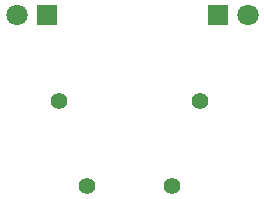
<source format=gbr>
%TF.GenerationSoftware,KiCad,Pcbnew,8.0.8*%
%TF.CreationDate,2025-04-07T01:52:13-03:00*%
%TF.ProjectId,Sao_Diamond,53616f5f-4469-4616-9d6f-6e642e6b6963,rev?*%
%TF.SameCoordinates,Original*%
%TF.FileFunction,Soldermask,Top*%
%TF.FilePolarity,Negative*%
%FSLAX46Y46*%
G04 Gerber Fmt 4.6, Leading zero omitted, Abs format (unit mm)*
G04 Created by KiCad (PCBNEW 8.0.8) date 2025-04-07 01:52:13*
%MOMM*%
%LPD*%
G01*
G04 APERTURE LIST*
G04 Aperture macros list*
%AMHorizOval*
0 Thick line with rounded ends*
0 $1 width*
0 $2 $3 position (X,Y) of the first rounded end (center of the circle)*
0 $4 $5 position (X,Y) of the second rounded end (center of the circle)*
0 Add line between two ends*
20,1,$1,$2,$3,$4,$5,0*
0 Add two circle primitives to create the rounded ends*
1,1,$1,$2,$3*
1,1,$1,$4,$5*%
G04 Aperture macros list end*
%ADD10R,1.800000X1.800000*%
%ADD11C,1.800000*%
%ADD12C,1.400000*%
%ADD13HorizOval,1.400000X0.000000X0.000000X0.000000X0.000000X0*%
%ADD14HorizOval,1.400000X0.000000X0.000000X0.000000X0.000000X0*%
G04 APERTURE END LIST*
D10*
%TO.C,D2*%
X186460000Y-50500000D03*
D11*
X189000000Y-50500000D03*
%TD*%
D10*
%TO.C,D1*%
X172000000Y-50500000D03*
D11*
X169460000Y-50500000D03*
%TD*%
D12*
%TO.C,R1*%
X175417863Y-64976227D03*
D13*
X173000000Y-57750000D03*
%TD*%
D12*
%TO.C,R2*%
X182582138Y-64976227D03*
D14*
X185000000Y-57750000D03*
%TD*%
M02*

</source>
